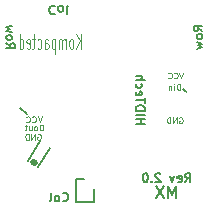
<source format=gbo>
G04 #@! TF.GenerationSoftware,KiCad,Pcbnew,(5.1.5)-3*
G04 #@! TF.CreationDate,2020-05-06T14:38:42+02:00*
G04 #@! TF.ProjectId,Cherry-Mx-Bitboard-Re-19.05mm,43686572-7279-42d4-9d78-2d426974626f,1*
G04 #@! TF.SameCoordinates,Original*
G04 #@! TF.FileFunction,Legend,Bot*
G04 #@! TF.FilePolarity,Positive*
%FSLAX46Y46*%
G04 Gerber Fmt 4.6, Leading zero omitted, Abs format (unit mm)*
G04 Created by KiCad (PCBNEW (5.1.5)-3) date 2020-05-06 14:38:42*
%MOMM*%
%LPD*%
G04 APERTURE LIST*
%ADD10C,0.150000*%
%ADD11C,0.125000*%
%ADD12C,0.187500*%
%ADD13C,0.100000*%
%ADD14C,0.500000*%
%ADD15R,2.550000X2.500000*%
%ADD16C,2.000000*%
%ADD17C,3.000000*%
%ADD18C,4.000000*%
%ADD19C,1.701800*%
%ADD20C,3.429000*%
%ADD21C,1.600000*%
%ADD22R,1.000000X1.500000*%
%ADD23R,1.600000X1.600000*%
G04 APERTURE END LIST*
D10*
X91795000Y-62165000D02*
X91795000Y-61015000D01*
X90245000Y-62165000D02*
X91795000Y-62165000D01*
X90245000Y-60165000D02*
X90245000Y-62165000D01*
X90995000Y-60165000D02*
X90245000Y-60165000D01*
D11*
X90682042Y-49180476D02*
X90682042Y-47930476D01*
X90301128Y-49180476D02*
X90586814Y-48466190D01*
X90301128Y-47930476D02*
X90682042Y-48644761D01*
X89920214Y-49180476D02*
X89983700Y-49120952D01*
X90015442Y-49061428D01*
X90047185Y-48942380D01*
X90047185Y-48585238D01*
X90015442Y-48466190D01*
X89983700Y-48406666D01*
X89920214Y-48347142D01*
X89824985Y-48347142D01*
X89761500Y-48406666D01*
X89729757Y-48466190D01*
X89698014Y-48585238D01*
X89698014Y-48942380D01*
X89729757Y-49061428D01*
X89761500Y-49120952D01*
X89824985Y-49180476D01*
X89920214Y-49180476D01*
X89412328Y-49180476D02*
X89412328Y-48347142D01*
X89412328Y-48466190D02*
X89380585Y-48406666D01*
X89317100Y-48347142D01*
X89221871Y-48347142D01*
X89158385Y-48406666D01*
X89126642Y-48525714D01*
X89126642Y-49180476D01*
X89126642Y-48525714D02*
X89094900Y-48406666D01*
X89031414Y-48347142D01*
X88936185Y-48347142D01*
X88872700Y-48406666D01*
X88840957Y-48525714D01*
X88840957Y-49180476D01*
X88523528Y-48347142D02*
X88523528Y-49597142D01*
X88523528Y-48406666D02*
X88460042Y-48347142D01*
X88333071Y-48347142D01*
X88269585Y-48406666D01*
X88237842Y-48466190D01*
X88206100Y-48585238D01*
X88206100Y-48942380D01*
X88237842Y-49061428D01*
X88269585Y-49120952D01*
X88333071Y-49180476D01*
X88460042Y-49180476D01*
X88523528Y-49120952D01*
X87634728Y-49180476D02*
X87634728Y-48525714D01*
X87666471Y-48406666D01*
X87729957Y-48347142D01*
X87856928Y-48347142D01*
X87920414Y-48406666D01*
X87634728Y-49120952D02*
X87698214Y-49180476D01*
X87856928Y-49180476D01*
X87920414Y-49120952D01*
X87952157Y-49001904D01*
X87952157Y-48882857D01*
X87920414Y-48763809D01*
X87856928Y-48704285D01*
X87698214Y-48704285D01*
X87634728Y-48644761D01*
X87031614Y-49120952D02*
X87095100Y-49180476D01*
X87222071Y-49180476D01*
X87285557Y-49120952D01*
X87317300Y-49061428D01*
X87349042Y-48942380D01*
X87349042Y-48585238D01*
X87317300Y-48466190D01*
X87285557Y-48406666D01*
X87222071Y-48347142D01*
X87095100Y-48347142D01*
X87031614Y-48406666D01*
X86841157Y-48347142D02*
X86587214Y-48347142D01*
X86745928Y-47930476D02*
X86745928Y-49001904D01*
X86714185Y-49120952D01*
X86650700Y-49180476D01*
X86587214Y-49180476D01*
X86111071Y-49120952D02*
X86174557Y-49180476D01*
X86301528Y-49180476D01*
X86365014Y-49120952D01*
X86396757Y-49001904D01*
X86396757Y-48525714D01*
X86365014Y-48406666D01*
X86301528Y-48347142D01*
X86174557Y-48347142D01*
X86111071Y-48406666D01*
X86079328Y-48525714D01*
X86079328Y-48644761D01*
X86396757Y-48763809D01*
X85507957Y-49180476D02*
X85507957Y-47930476D01*
X85507957Y-49120952D02*
X85571442Y-49180476D01*
X85698414Y-49180476D01*
X85761900Y-49120952D01*
X85793642Y-49061428D01*
X85825385Y-48942380D01*
X85825385Y-48585238D01*
X85793642Y-48466190D01*
X85761900Y-48406666D01*
X85698414Y-48347142D01*
X85571442Y-48347142D01*
X85507957Y-48406666D01*
D10*
X86090913Y-54664588D02*
X85507260Y-54174845D01*
D11*
X87361666Y-54891190D02*
X87195000Y-55391190D01*
X87028333Y-54891190D01*
X86575952Y-55343571D02*
X86599761Y-55367380D01*
X86671190Y-55391190D01*
X86718809Y-55391190D01*
X86790238Y-55367380D01*
X86837857Y-55319761D01*
X86861666Y-55272142D01*
X86885476Y-55176904D01*
X86885476Y-55105476D01*
X86861666Y-55010238D01*
X86837857Y-54962619D01*
X86790238Y-54915000D01*
X86718809Y-54891190D01*
X86671190Y-54891190D01*
X86599761Y-54915000D01*
X86575952Y-54938809D01*
X86075952Y-55343571D02*
X86099761Y-55367380D01*
X86171190Y-55391190D01*
X86218809Y-55391190D01*
X86290238Y-55367380D01*
X86337857Y-55319761D01*
X86361666Y-55272142D01*
X86385476Y-55176904D01*
X86385476Y-55105476D01*
X86361666Y-55010238D01*
X86337857Y-54962619D01*
X86290238Y-54915000D01*
X86218809Y-54891190D01*
X86171190Y-54891190D01*
X86099761Y-54915000D01*
X86075952Y-54938809D01*
X87471190Y-56091190D02*
X87471190Y-55591190D01*
X87352142Y-55591190D01*
X87280714Y-55615000D01*
X87233095Y-55662619D01*
X87209285Y-55710238D01*
X87185476Y-55805476D01*
X87185476Y-55876904D01*
X87209285Y-55972142D01*
X87233095Y-56019761D01*
X87280714Y-56067380D01*
X87352142Y-56091190D01*
X87471190Y-56091190D01*
X86899761Y-56091190D02*
X86947380Y-56067380D01*
X86971190Y-56043571D01*
X86995000Y-55995952D01*
X86995000Y-55853095D01*
X86971190Y-55805476D01*
X86947380Y-55781666D01*
X86899761Y-55757857D01*
X86828333Y-55757857D01*
X86780714Y-55781666D01*
X86756904Y-55805476D01*
X86733095Y-55853095D01*
X86733095Y-55995952D01*
X86756904Y-56043571D01*
X86780714Y-56067380D01*
X86828333Y-56091190D01*
X86899761Y-56091190D01*
X86304523Y-55757857D02*
X86304523Y-56091190D01*
X86518809Y-55757857D02*
X86518809Y-56019761D01*
X86495000Y-56067380D01*
X86447380Y-56091190D01*
X86375952Y-56091190D01*
X86328333Y-56067380D01*
X86304523Y-56043571D01*
X86137857Y-55757857D02*
X85947380Y-55757857D01*
X86066428Y-55591190D02*
X86066428Y-56019761D01*
X86042619Y-56067380D01*
X85995000Y-56091190D01*
X85947380Y-56091190D01*
X87025952Y-56415000D02*
X87073571Y-56391190D01*
X87145000Y-56391190D01*
X87216428Y-56415000D01*
X87264047Y-56462619D01*
X87287857Y-56510238D01*
X87311666Y-56605476D01*
X87311666Y-56676904D01*
X87287857Y-56772142D01*
X87264047Y-56819761D01*
X87216428Y-56867380D01*
X87145000Y-56891190D01*
X87097380Y-56891190D01*
X87025952Y-56867380D01*
X87002142Y-56843571D01*
X87002142Y-56676904D01*
X87097380Y-56676904D01*
X86787857Y-56891190D02*
X86787857Y-56391190D01*
X86502142Y-56891190D01*
X86502142Y-56391190D01*
X86264047Y-56891190D02*
X86264047Y-56391190D01*
X86145000Y-56391190D01*
X86073571Y-56415000D01*
X86025952Y-56462619D01*
X86002142Y-56510238D01*
X85978333Y-56605476D01*
X85978333Y-56676904D01*
X86002142Y-56772142D01*
X86025952Y-56819761D01*
X86073571Y-56867380D01*
X86145000Y-56891190D01*
X86264047Y-56891190D01*
D10*
X99890913Y-53114588D02*
X99307260Y-52624845D01*
D11*
X99025952Y-55015000D02*
X99073571Y-54991190D01*
X99145000Y-54991190D01*
X99216428Y-55015000D01*
X99264047Y-55062619D01*
X99287857Y-55110238D01*
X99311666Y-55205476D01*
X99311666Y-55276904D01*
X99287857Y-55372142D01*
X99264047Y-55419761D01*
X99216428Y-55467380D01*
X99145000Y-55491190D01*
X99097380Y-55491190D01*
X99025952Y-55467380D01*
X99002142Y-55443571D01*
X99002142Y-55276904D01*
X99097380Y-55276904D01*
X98787857Y-55491190D02*
X98787857Y-54991190D01*
X98502142Y-55491190D01*
X98502142Y-54991190D01*
X98264047Y-55491190D02*
X98264047Y-54991190D01*
X98145000Y-54991190D01*
X98073571Y-55015000D01*
X98025952Y-55062619D01*
X98002142Y-55110238D01*
X97978333Y-55205476D01*
X97978333Y-55276904D01*
X98002142Y-55372142D01*
X98025952Y-55419761D01*
X98073571Y-55467380D01*
X98145000Y-55491190D01*
X98264047Y-55491190D01*
X99071190Y-52641190D02*
X99071190Y-52141190D01*
X98952142Y-52141190D01*
X98880714Y-52165000D01*
X98833095Y-52212619D01*
X98809285Y-52260238D01*
X98785476Y-52355476D01*
X98785476Y-52426904D01*
X98809285Y-52522142D01*
X98833095Y-52569761D01*
X98880714Y-52617380D01*
X98952142Y-52641190D01*
X99071190Y-52641190D01*
X98571190Y-52641190D02*
X98571190Y-52307857D01*
X98571190Y-52141190D02*
X98595000Y-52165000D01*
X98571190Y-52188809D01*
X98547380Y-52165000D01*
X98571190Y-52141190D01*
X98571190Y-52188809D01*
X98333095Y-52307857D02*
X98333095Y-52641190D01*
X98333095Y-52355476D02*
X98309285Y-52331666D01*
X98261666Y-52307857D01*
X98190238Y-52307857D01*
X98142619Y-52331666D01*
X98118809Y-52379285D01*
X98118809Y-52641190D01*
X99361666Y-51191190D02*
X99195000Y-51691190D01*
X99028333Y-51191190D01*
X98575952Y-51643571D02*
X98599761Y-51667380D01*
X98671190Y-51691190D01*
X98718809Y-51691190D01*
X98790238Y-51667380D01*
X98837857Y-51619761D01*
X98861666Y-51572142D01*
X98885476Y-51476904D01*
X98885476Y-51405476D01*
X98861666Y-51310238D01*
X98837857Y-51262619D01*
X98790238Y-51215000D01*
X98718809Y-51191190D01*
X98671190Y-51191190D01*
X98599761Y-51215000D01*
X98575952Y-51238809D01*
X98075952Y-51643571D02*
X98099761Y-51667380D01*
X98171190Y-51691190D01*
X98218809Y-51691190D01*
X98290238Y-51667380D01*
X98337857Y-51619761D01*
X98361666Y-51572142D01*
X98385476Y-51476904D01*
X98385476Y-51405476D01*
X98361666Y-51310238D01*
X98337857Y-51262619D01*
X98290238Y-51215000D01*
X98218809Y-51191190D01*
X98171190Y-51191190D01*
X98099761Y-51215000D01*
X98075952Y-51238809D01*
D10*
X98754523Y-61817380D02*
X98754523Y-60817380D01*
X98421190Y-61531666D01*
X98087857Y-60817380D01*
X98087857Y-61817380D01*
X97706904Y-60817380D02*
X97040238Y-61817380D01*
X97040238Y-60817380D02*
X97706904Y-61817380D01*
X95355714Y-55550714D02*
X96105714Y-55550714D01*
X95748571Y-55550714D02*
X95748571Y-55122142D01*
X95355714Y-55122142D02*
X96105714Y-55122142D01*
X95355714Y-54765000D02*
X96105714Y-54765000D01*
X95355714Y-54407857D02*
X96105714Y-54407857D01*
X96105714Y-54229285D01*
X96070000Y-54122142D01*
X95998571Y-54050714D01*
X95927142Y-54015000D01*
X95784285Y-53979285D01*
X95677142Y-53979285D01*
X95534285Y-54015000D01*
X95462857Y-54050714D01*
X95391428Y-54122142D01*
X95355714Y-54229285D01*
X95355714Y-54407857D01*
X96105714Y-53765000D02*
X96105714Y-53336428D01*
X95355714Y-53550714D02*
X96105714Y-53550714D01*
X95391428Y-52800714D02*
X95355714Y-52872142D01*
X95355714Y-53015000D01*
X95391428Y-53086428D01*
X95462857Y-53122142D01*
X95748571Y-53122142D01*
X95820000Y-53086428D01*
X95855714Y-53015000D01*
X95855714Y-52872142D01*
X95820000Y-52800714D01*
X95748571Y-52765000D01*
X95677142Y-52765000D01*
X95605714Y-53122142D01*
X95391428Y-52122142D02*
X95355714Y-52193571D01*
X95355714Y-52336428D01*
X95391428Y-52407857D01*
X95427142Y-52443571D01*
X95498571Y-52479285D01*
X95712857Y-52479285D01*
X95784285Y-52443571D01*
X95820000Y-52407857D01*
X95855714Y-52336428D01*
X95855714Y-52193571D01*
X95820000Y-52122142D01*
X95355714Y-51800714D02*
X96105714Y-51800714D01*
X95355714Y-51479285D02*
X95748571Y-51479285D01*
X95820000Y-51515000D01*
X95855714Y-51586428D01*
X95855714Y-51693571D01*
X95820000Y-51765000D01*
X95784285Y-51800714D01*
D12*
X89148571Y-62032857D02*
X89184285Y-62068571D01*
X89291428Y-62104285D01*
X89362857Y-62104285D01*
X89470000Y-62068571D01*
X89541428Y-61997142D01*
X89577142Y-61925714D01*
X89612857Y-61782857D01*
X89612857Y-61675714D01*
X89577142Y-61532857D01*
X89541428Y-61461428D01*
X89470000Y-61390000D01*
X89362857Y-61354285D01*
X89291428Y-61354285D01*
X89184285Y-61390000D01*
X89148571Y-61425714D01*
X88720000Y-62104285D02*
X88791428Y-62068571D01*
X88827142Y-62032857D01*
X88862857Y-61961428D01*
X88862857Y-61747142D01*
X88827142Y-61675714D01*
X88791428Y-61640000D01*
X88720000Y-61604285D01*
X88612857Y-61604285D01*
X88541428Y-61640000D01*
X88505714Y-61675714D01*
X88470000Y-61747142D01*
X88470000Y-61961428D01*
X88505714Y-62032857D01*
X88541428Y-62068571D01*
X88612857Y-62104285D01*
X88720000Y-62104285D01*
X88041428Y-62104285D02*
X88112857Y-62068571D01*
X88148571Y-61997142D01*
X88148571Y-61354285D01*
X88491428Y-45597142D02*
X88455714Y-45561428D01*
X88348571Y-45525714D01*
X88277142Y-45525714D01*
X88170000Y-45561428D01*
X88098571Y-45632857D01*
X88062857Y-45704285D01*
X88027142Y-45847142D01*
X88027142Y-45954285D01*
X88062857Y-46097142D01*
X88098571Y-46168571D01*
X88170000Y-46240000D01*
X88277142Y-46275714D01*
X88348571Y-46275714D01*
X88455714Y-46240000D01*
X88491428Y-46204285D01*
X88920000Y-45525714D02*
X88848571Y-45561428D01*
X88812857Y-45597142D01*
X88777142Y-45668571D01*
X88777142Y-45882857D01*
X88812857Y-45954285D01*
X88848571Y-45990000D01*
X88920000Y-46025714D01*
X89027142Y-46025714D01*
X89098571Y-45990000D01*
X89134285Y-45954285D01*
X89170000Y-45882857D01*
X89170000Y-45668571D01*
X89134285Y-45597142D01*
X89098571Y-45561428D01*
X89027142Y-45525714D01*
X88920000Y-45525714D01*
X89598571Y-45525714D02*
X89527142Y-45561428D01*
X89491428Y-45632857D01*
X89491428Y-46275714D01*
X100984285Y-47665000D02*
X100627142Y-47415000D01*
X100984285Y-47236428D02*
X100234285Y-47236428D01*
X100234285Y-47522142D01*
X100270000Y-47593571D01*
X100305714Y-47629285D01*
X100377142Y-47665000D01*
X100484285Y-47665000D01*
X100555714Y-47629285D01*
X100591428Y-47593571D01*
X100627142Y-47522142D01*
X100627142Y-47236428D01*
X100984285Y-48093571D02*
X100948571Y-48022142D01*
X100912857Y-47986428D01*
X100841428Y-47950714D01*
X100627142Y-47950714D01*
X100555714Y-47986428D01*
X100520000Y-48022142D01*
X100484285Y-48093571D01*
X100484285Y-48200714D01*
X100520000Y-48272142D01*
X100555714Y-48307857D01*
X100627142Y-48343571D01*
X100841428Y-48343571D01*
X100912857Y-48307857D01*
X100948571Y-48272142D01*
X100984285Y-48200714D01*
X100984285Y-48093571D01*
X100484285Y-48593571D02*
X100984285Y-48736428D01*
X100627142Y-48879285D01*
X100984285Y-49022142D01*
X100484285Y-49165000D01*
X84355714Y-48715000D02*
X84712857Y-48965000D01*
X84355714Y-49143571D02*
X85105714Y-49143571D01*
X85105714Y-48857857D01*
X85070000Y-48786428D01*
X85034285Y-48750714D01*
X84962857Y-48715000D01*
X84855714Y-48715000D01*
X84784285Y-48750714D01*
X84748571Y-48786428D01*
X84712857Y-48857857D01*
X84712857Y-49143571D01*
X84355714Y-48286428D02*
X84391428Y-48357857D01*
X84427142Y-48393571D01*
X84498571Y-48429285D01*
X84712857Y-48429285D01*
X84784285Y-48393571D01*
X84820000Y-48357857D01*
X84855714Y-48286428D01*
X84855714Y-48179285D01*
X84820000Y-48107857D01*
X84784285Y-48072142D01*
X84712857Y-48036428D01*
X84498571Y-48036428D01*
X84427142Y-48072142D01*
X84391428Y-48107857D01*
X84355714Y-48179285D01*
X84355714Y-48286428D01*
X84855714Y-47786428D02*
X84355714Y-47643571D01*
X84712857Y-47500714D01*
X84355714Y-47357857D01*
X84855714Y-47215000D01*
D10*
X99495971Y-60454285D02*
X99745971Y-60097142D01*
X99924542Y-60454285D02*
X99924542Y-59704285D01*
X99638828Y-59704285D01*
X99567400Y-59740000D01*
X99531685Y-59775714D01*
X99495971Y-59847142D01*
X99495971Y-59954285D01*
X99531685Y-60025714D01*
X99567400Y-60061428D01*
X99638828Y-60097142D01*
X99924542Y-60097142D01*
X98888828Y-60418571D02*
X98960257Y-60454285D01*
X99103114Y-60454285D01*
X99174542Y-60418571D01*
X99210257Y-60347142D01*
X99210257Y-60061428D01*
X99174542Y-59990000D01*
X99103114Y-59954285D01*
X98960257Y-59954285D01*
X98888828Y-59990000D01*
X98853114Y-60061428D01*
X98853114Y-60132857D01*
X99210257Y-60204285D01*
X98603114Y-59954285D02*
X98424542Y-60454285D01*
X98245971Y-59954285D01*
X97424542Y-59775714D02*
X97388828Y-59740000D01*
X97317400Y-59704285D01*
X97138828Y-59704285D01*
X97067400Y-59740000D01*
X97031685Y-59775714D01*
X96995971Y-59847142D01*
X96995971Y-59918571D01*
X97031685Y-60025714D01*
X97460257Y-60454285D01*
X96995971Y-60454285D01*
X96674542Y-60382857D02*
X96638828Y-60418571D01*
X96674542Y-60454285D01*
X96710257Y-60418571D01*
X96674542Y-60382857D01*
X96674542Y-60454285D01*
X96174542Y-59704285D02*
X96103114Y-59704285D01*
X96031685Y-59740000D01*
X95995971Y-59775714D01*
X95960257Y-59847142D01*
X95924542Y-59990000D01*
X95924542Y-60168571D01*
X95960257Y-60311428D01*
X95995971Y-60382857D01*
X96031685Y-60418571D01*
X96103114Y-60454285D01*
X96174542Y-60454285D01*
X96245971Y-60418571D01*
X96281685Y-60382857D01*
X96317400Y-60311428D01*
X96353114Y-60168571D01*
X96353114Y-59990000D01*
X96317400Y-59847142D01*
X96281685Y-59775714D01*
X96245971Y-59740000D01*
X96174542Y-59704285D01*
D13*
X92395000Y-53815000D02*
G75*
G02X92895000Y-53815000I250000J0D01*
G01*
X92895000Y-53815000D02*
G75*
G02X92395000Y-53815000I-250000J0D01*
G01*
D14*
X86803206Y-58846423D02*
X86634528Y-58738963D01*
D10*
X86189712Y-58692722D02*
X87264311Y-57005939D01*
X87033103Y-59230021D02*
X88107702Y-57543238D01*
%LPC*%
D15*
X85285000Y-51275000D03*
X98735000Y-48735000D03*
D16*
X87565000Y-53815000D03*
D17*
X88835000Y-51275000D03*
D18*
X92645000Y-53815000D03*
D17*
X95185000Y-48735000D03*
D16*
X97725000Y-53815000D03*
D19*
X98145000Y-53815000D03*
X87145000Y-53815000D03*
D17*
X97645000Y-57565000D03*
D20*
X92645000Y-53815000D03*
D17*
X92645000Y-59765000D03*
D21*
X89189223Y-54938357D03*
D13*
G36*
X85339873Y-62469553D02*
G01*
X83990447Y-61609873D01*
X84850127Y-60260447D01*
X86199553Y-61120127D01*
X85339873Y-62469553D01*
G37*
D22*
X91033600Y-61239400D03*
X94233600Y-61239400D03*
X91033600Y-56339400D03*
X94233600Y-56339400D03*
D13*
G36*
X86246366Y-60418422D02*
G01*
X85445144Y-59907987D01*
X86143634Y-58811578D01*
X86944856Y-59322013D01*
X86246366Y-60418422D01*
G37*
G36*
X88153780Y-57424382D02*
G01*
X87352558Y-56913947D01*
X88051048Y-55817538D01*
X88852270Y-56327973D01*
X88153780Y-57424382D01*
G37*
D21*
X87045000Y-61515000D03*
X84963000Y-53615000D03*
D23*
X100345000Y-55165000D03*
D21*
X87045000Y-46115000D03*
X84963000Y-55415000D03*
X100345000Y-51565000D03*
D23*
X84963000Y-57215000D03*
D21*
X100345000Y-53365000D03*
X100245000Y-46215000D03*
X85045000Y-46215000D03*
M02*

</source>
